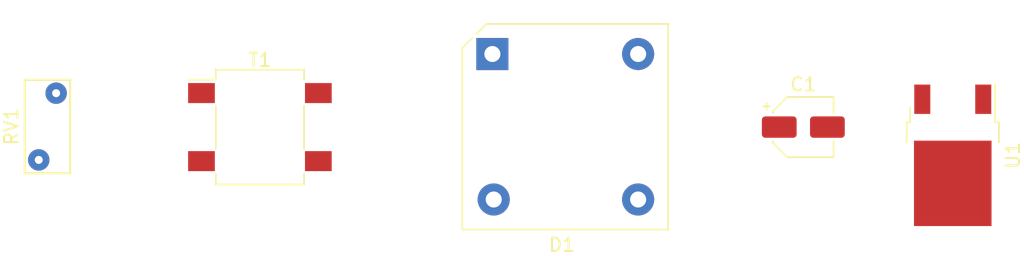
<source format=kicad_pcb>
(kicad_pcb (version 20211014) (generator pcbnew)
  (layers (0 "F.Cu" signal) (31 "B.Cu" signal) (34 "B.Paste" user) (35 "F.Paste" user) (36 "B.SilkS" user "B.Silkscreen") (37 "F.SilkS" user "F.Silkscreen") (38 "B.Mask" user) (39 "F.Mask" user) (44 "Edge.Cuts" user))
  (net 0 "")
  (net 1 "Net-(C1-Pad1)")
  (net 2 "GND")
  (net 3 "Net-(D1-Pad1)")
  (net 4 "Net-(D1-Pad2)")
  (net 5 "AC")
  (net 6 "Net-(R1-Pad1)")
  (footprint "Diode_SMD:Diode_Bridge_Vishay_DFSFlat" (layer "F.Cu") (at 99.06 119.38)
    (fp_text reference "T1" (at 0 -5.035) (layer "F.SilkS"))
    (fp_text value "230v-12v")
    (fp_line (start 3.302 -4.318) (end 3.302 -4.318) (layer "F.SilkS") (width 0.12))
    (fp_line (start 3.3 4.3) (end 3.3 3.5) (layer "F.SilkS") (width 0.12))
    (fp_line (start -3.3 4.3) (end 3.3 4.3) (layer "F.SilkS") (width 0.12))
    (fp_line (start -5.334 -3.556) (end -5.334 -3.556) (layer "F.SilkS") (width 0.12))
    (fp_line (start -3.3 3.5) (end -3.3 4.3) (layer "F.SilkS") (width 0.12))
    (fp_line (start -3.3 -1.6) (end -3.3 1.6) (layer "F.SilkS") (width 0.12))
    (fp_line (start 3.3 -1.6) (end 3.3 1.6) (layer "F.SilkS") (width 0.12))
    (fp_line (start -3.3 -4.3) (end 3.3 -4.3) (layer "F.SilkS") (width 0.12))
    (fp_line (start -3.302 -4.318) (end -3.302 -3.556) (layer "F.SilkS") (width 0.12))
    (fp_line (start 3.302 -3.556) (end 3.302 -4.318) (layer "F.SilkS") (width 0.12))
    (fp_line (start -3.302 -3.556) (end -5.334 -3.556) (layer "F.SilkS") (width 0.12))
    (pad "1" smd rect (at -4.37 -2.55) (size 2 1.5) (layers "F.Cu" "F.Paste" "F.Mask") (net 5 "AC"))
    (pad "2" smd rect (at -4.37 2.55) (size 2 1.5) (layers "F.Cu" "F.Paste" "F.Mask") (net 2 "GND"))
    (pad "3" smd rect (at 4.37 2.55) (size 2 1.5) (layers "F.Cu" "F.Paste" "F.Mask") (net 4 "Net-(D1-Pad2)"))
    (pad "4" smd rect (at 4.37 -2.55) (size 2 1.5) (layers "F.Cu" "F.Paste" "F.Mask") (net 3 "Net-(D1-Pad1)"))
  )
  (footprint "Diode_THT:Diode_Bridge_15.1x15.1x6.3mm_P10.9mm" (layer "F.Cu") (at 116.445 113.905)
    (fp_text reference "D1" (at 5.2 14.3) (layer "F.SilkS"))
    (fp_text value "AC-DC")
    (fp_line (start -2.25 13.15) (end -2.25 -0.45) (layer "F.SilkS") (width 0.12))
    (fp_line (start -1.2 -1.5) (end -0.45 -2.25) (layer "F.SilkS") (width 0.12))
    (fp_line (start 13.15 -2.25) (end 13.15 13.15) (layer "F.SilkS") (width 0.12))
    (fp_line (start -2.25 -0.45) (end -1.5 -1.2) (layer "F.SilkS") (width 0.12))
    (fp_line (start 13.15 13.15) (end -2.25 13.15) (layer "F.SilkS") (width 0.12))
    (fp_line (start -0.45 -2.25) (end 13.15 -2.25) (layer "F.SilkS") (width 0.12))
    (pad "1" thru_hole rect (at 0 0 180) (size 2.4 2.4) (drill 1.2) (layers *.Cu *.Mask) (net 3 "Net-(D1-Pad1)"))
    (pad "2" thru_hole circle (at 0.1 10.9 180) (size 2.4 2.4) (drill 1.2) (layers *.Cu *.Mask) (net 4 "Net-(D1-Pad2)"))
    (pad "3" thru_hole circle (at 10.9 10.9 180) (size 2.4 2.4) (drill 1.2) (layers *.Cu *.Mask) (net 1 "Net-(C1-Pad1)"))
    (pad "4" thru_hole circle (at 10.9 0 180) (size 2.4 2.4) (drill 1.2) (layers *.Cu *.Mask) (net 2 "GND"))
  )
  (footprint "Varistor:RV_Disc_D7mm_W3.4mm_P5mm" (layer "F.Cu") (at 83.82 116.84 -90)
    (fp_text reference "RV1" (at 2.5 3.35 90) (layer "F.SilkS"))
    (fp_text value "Varistor")
    (fp_line (start -1 2.35) (end 6 2.35) (layer "F.SilkS") (width 0.15))
    (fp_line (start -1 -1.05) (end -1 2.35) (layer "F.SilkS") (width 0.15))
    (fp_line (start 6 -1.05) (end 6 2.35) (layer "F.SilkS") (width 0.15))
    (fp_line (start -1 -1.05) (end 6 -1.05) (layer "F.SilkS") (width 0.15))
    (pad "1" thru_hole circle (at 0 0 270) (size 1.6 1.6) (drill 0.6) (layers *.Cu *.Mask) (net 5 "AC"))
    (pad "2" thru_hole circle (at 5 1.3 270) (size 1.6 1.6) (drill 0.6) (layers *.Cu *.Mask) (net 2 "GND"))
  )
  (footprint "Capacitor_SMD:CP_Elec_4x3" (layer "F.Cu") (at 139.7 119.38)
    (fp_text reference "C1" (at 0 -3.2) (layer "F.SilkS"))
    (fp_text value "C_Polarized")
    (fp_line (start -2.26 -1.195563) (end -2.26 -1.06) (layer "F.SilkS") (width 0.12))
    (fp_line (start -2.26 -1.195563) (end -1.195563 -2.26) (layer "F.SilkS") (width 0.12))
    (fp_line (start -2.75 -1.81) (end -2.75 -1.31) (layer "F.SilkS") (width 0.12))
    (fp_line (start -1.195563 -2.26) (end 2.26 -2.26) (layer "F.SilkS") (width 0.12))
    (fp_line (start 2.26 2.26) (end 2.26 1.06) (layer "F.SilkS") (width 0.12))
    (fp_line (start -2.26 1.195563) (end -1.195563 2.26) (layer "F.SilkS") (width 0.12))
    (fp_line (start -3 -1.56) (end -2.5 -1.56) (layer "F.SilkS") (width 0.12))
    (fp_line (start 2.26 -2.26) (end 2.26 -1.06) (layer "F.SilkS") (width 0.12))
    (fp_line (start -1.195563 2.26) (end 2.26 2.26) (layer "F.SilkS") (width 0.12))
    (fp_line (start -2.26 1.195563) (end -2.26 1.06) (layer "F.SilkS") (width 0.12))
    (pad "1" smd roundrect (at -1.8 0) (size 2.6 1.6) (layers "F.Cu" "F.Paste" "F.Mask") (roundrect_rratio 0.15625) (net 1 "Net-(C1-Pad1)"))
    (pad "2" smd roundrect (at 1.8 0) (size 2.6 1.6) (layers "F.Cu" "F.Paste" "F.Mask") (roundrect_rratio 0.15625) (net 2 "GND"))
  )
  (footprint "Package_TO_SOT_SMD:TO-252-2" (layer "F.Cu") (at 150.875 121.495 -90)
    (fp_text reference "U1" (at 0 -4.5 90) (layer "F.SilkS"))
    (fp_text value "KA78M05_TO252")
    (fp_line (start -2.47 3.18) (end -3.57 3.18) (layer "F.SilkS") (width 0.12))
    (fp_line (start -2.47 -3.18) (end -5.3 -3.18) (layer "F.SilkS") (width 0.12))
    (fp_line (start -2.47 -3.45) (end -2.47 -3.18) (layer "F.SilkS") (width 0.12))
    (fp_line (start -2.47 3.45) (end -2.47 3.18) (layer "F.SilkS") (width 0.12))
    (fp_line (start -0.97 3.45) (end -2.47 3.45) (layer "F.SilkS") (width 0.12))
    (fp_line (start -0.97 -3.45) (end -2.47 -3.45) (layer "F.SilkS") (width 0.12))
    (pad "1" smd rect (at -4.2 -2.28 270) (size 2.2 1.2) (layers "F.Cu" "F.Paste" "F.Mask") (net 1 "Net-(C1-Pad1)"))
    (pad "2" smd rect (at 2.1 0 270) (size 6.4 5.8) (layers "F.Cu" "F.Mask") (net 2 "GND"))
    (pad "3" smd rect (at -4.2 2.28 270) (size 2.2 1.2) (layers "F.Cu" "F.Paste" "F.Mask") (net 6 "Net-(R1-Pad1)"))
  )
)
</source>
